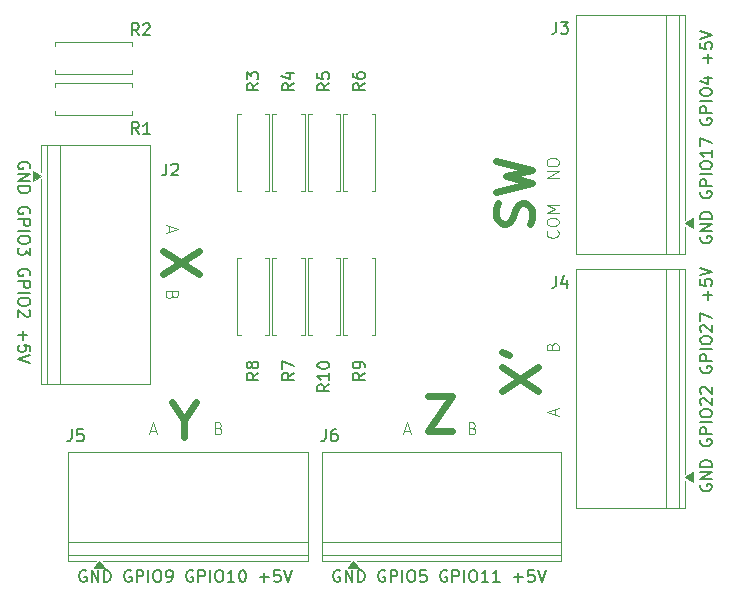
<source format=gto>
%TF.GenerationSoftware,KiCad,Pcbnew,9.0.7*%
%TF.CreationDate,2026-01-29T23:32:27-08:00*%
%TF.ProjectId,encoders,656e636f-6465-4727-932e-6b696361645f,rev?*%
%TF.SameCoordinates,Original*%
%TF.FileFunction,Legend,Top*%
%TF.FilePolarity,Positive*%
%FSLAX46Y46*%
G04 Gerber Fmt 4.6, Leading zero omitted, Abs format (unit mm)*
G04 Created by KiCad (PCBNEW 9.0.7) date 2026-01-29 23:32:27*
%MOMM*%
%LPD*%
G01*
G04 APERTURE LIST*
%ADD10C,0.125000*%
%ADD11C,0.150000*%
%ADD12C,0.600000*%
%ADD13C,0.120000*%
G04 APERTURE END LIST*
D10*
X117914595Y-69272712D02*
X117914595Y-69748902D01*
X117628880Y-69177474D02*
X118628880Y-69510807D01*
X118628880Y-69510807D02*
X117628880Y-69844140D01*
X118152690Y-75082237D02*
X118105071Y-75225094D01*
X118105071Y-75225094D02*
X118057452Y-75272713D01*
X118057452Y-75272713D02*
X117962214Y-75320332D01*
X117962214Y-75320332D02*
X117819357Y-75320332D01*
X117819357Y-75320332D02*
X117724119Y-75272713D01*
X117724119Y-75272713D02*
X117676500Y-75225094D01*
X117676500Y-75225094D02*
X117628880Y-75129856D01*
X117628880Y-75129856D02*
X117628880Y-74748904D01*
X117628880Y-74748904D02*
X118628880Y-74748904D01*
X118628880Y-74748904D02*
X118628880Y-75082237D01*
X118628880Y-75082237D02*
X118581261Y-75177475D01*
X118581261Y-75177475D02*
X118533642Y-75225094D01*
X118533642Y-75225094D02*
X118438404Y-75272713D01*
X118438404Y-75272713D02*
X118343166Y-75272713D01*
X118343166Y-75272713D02*
X118247928Y-75225094D01*
X118247928Y-75225094D02*
X118200309Y-75177475D01*
X118200309Y-75177475D02*
X118152690Y-75082237D01*
X118152690Y-75082237D02*
X118152690Y-74748904D01*
X116272712Y-86585404D02*
X116748902Y-86585404D01*
X116177474Y-86871119D02*
X116510807Y-85871119D01*
X116510807Y-85871119D02*
X116844140Y-86871119D01*
X122082237Y-86347309D02*
X122225094Y-86394928D01*
X122225094Y-86394928D02*
X122272713Y-86442547D01*
X122272713Y-86442547D02*
X122320332Y-86537785D01*
X122320332Y-86537785D02*
X122320332Y-86680642D01*
X122320332Y-86680642D02*
X122272713Y-86775880D01*
X122272713Y-86775880D02*
X122225094Y-86823500D01*
X122225094Y-86823500D02*
X122129856Y-86871119D01*
X122129856Y-86871119D02*
X121748904Y-86871119D01*
X121748904Y-86871119D02*
X121748904Y-85871119D01*
X121748904Y-85871119D02*
X122082237Y-85871119D01*
X122082237Y-85871119D02*
X122177475Y-85918738D01*
X122177475Y-85918738D02*
X122225094Y-85966357D01*
X122225094Y-85966357D02*
X122272713Y-86061595D01*
X122272713Y-86061595D02*
X122272713Y-86156833D01*
X122272713Y-86156833D02*
X122225094Y-86252071D01*
X122225094Y-86252071D02*
X122177475Y-86299690D01*
X122177475Y-86299690D02*
X122082237Y-86347309D01*
X122082237Y-86347309D02*
X121748904Y-86347309D01*
D11*
X162917438Y-91139411D02*
X162869819Y-91234649D01*
X162869819Y-91234649D02*
X162869819Y-91377506D01*
X162869819Y-91377506D02*
X162917438Y-91520363D01*
X162917438Y-91520363D02*
X163012676Y-91615601D01*
X163012676Y-91615601D02*
X163107914Y-91663220D01*
X163107914Y-91663220D02*
X163298390Y-91710839D01*
X163298390Y-91710839D02*
X163441247Y-91710839D01*
X163441247Y-91710839D02*
X163631723Y-91663220D01*
X163631723Y-91663220D02*
X163726961Y-91615601D01*
X163726961Y-91615601D02*
X163822200Y-91520363D01*
X163822200Y-91520363D02*
X163869819Y-91377506D01*
X163869819Y-91377506D02*
X163869819Y-91282268D01*
X163869819Y-91282268D02*
X163822200Y-91139411D01*
X163822200Y-91139411D02*
X163774580Y-91091792D01*
X163774580Y-91091792D02*
X163441247Y-91091792D01*
X163441247Y-91091792D02*
X163441247Y-91282268D01*
X163869819Y-90663220D02*
X162869819Y-90663220D01*
X162869819Y-90663220D02*
X163869819Y-90091792D01*
X163869819Y-90091792D02*
X162869819Y-90091792D01*
X163869819Y-89615601D02*
X162869819Y-89615601D01*
X162869819Y-89615601D02*
X162869819Y-89377506D01*
X162869819Y-89377506D02*
X162917438Y-89234649D01*
X162917438Y-89234649D02*
X163012676Y-89139411D01*
X163012676Y-89139411D02*
X163107914Y-89091792D01*
X163107914Y-89091792D02*
X163298390Y-89044173D01*
X163298390Y-89044173D02*
X163441247Y-89044173D01*
X163441247Y-89044173D02*
X163631723Y-89091792D01*
X163631723Y-89091792D02*
X163726961Y-89139411D01*
X163726961Y-89139411D02*
X163822200Y-89234649D01*
X163822200Y-89234649D02*
X163869819Y-89377506D01*
X163869819Y-89377506D02*
X163869819Y-89615601D01*
X162917438Y-87329887D02*
X162869819Y-87425125D01*
X162869819Y-87425125D02*
X162869819Y-87567982D01*
X162869819Y-87567982D02*
X162917438Y-87710839D01*
X162917438Y-87710839D02*
X163012676Y-87806077D01*
X163012676Y-87806077D02*
X163107914Y-87853696D01*
X163107914Y-87853696D02*
X163298390Y-87901315D01*
X163298390Y-87901315D02*
X163441247Y-87901315D01*
X163441247Y-87901315D02*
X163631723Y-87853696D01*
X163631723Y-87853696D02*
X163726961Y-87806077D01*
X163726961Y-87806077D02*
X163822200Y-87710839D01*
X163822200Y-87710839D02*
X163869819Y-87567982D01*
X163869819Y-87567982D02*
X163869819Y-87472744D01*
X163869819Y-87472744D02*
X163822200Y-87329887D01*
X163822200Y-87329887D02*
X163774580Y-87282268D01*
X163774580Y-87282268D02*
X163441247Y-87282268D01*
X163441247Y-87282268D02*
X163441247Y-87472744D01*
X163869819Y-86853696D02*
X162869819Y-86853696D01*
X162869819Y-86853696D02*
X162869819Y-86472744D01*
X162869819Y-86472744D02*
X162917438Y-86377506D01*
X162917438Y-86377506D02*
X162965057Y-86329887D01*
X162965057Y-86329887D02*
X163060295Y-86282268D01*
X163060295Y-86282268D02*
X163203152Y-86282268D01*
X163203152Y-86282268D02*
X163298390Y-86329887D01*
X163298390Y-86329887D02*
X163346009Y-86377506D01*
X163346009Y-86377506D02*
X163393628Y-86472744D01*
X163393628Y-86472744D02*
X163393628Y-86853696D01*
X163869819Y-85853696D02*
X162869819Y-85853696D01*
X162869819Y-85187030D02*
X162869819Y-84996554D01*
X162869819Y-84996554D02*
X162917438Y-84901316D01*
X162917438Y-84901316D02*
X163012676Y-84806078D01*
X163012676Y-84806078D02*
X163203152Y-84758459D01*
X163203152Y-84758459D02*
X163536485Y-84758459D01*
X163536485Y-84758459D02*
X163726961Y-84806078D01*
X163726961Y-84806078D02*
X163822200Y-84901316D01*
X163822200Y-84901316D02*
X163869819Y-84996554D01*
X163869819Y-84996554D02*
X163869819Y-85187030D01*
X163869819Y-85187030D02*
X163822200Y-85282268D01*
X163822200Y-85282268D02*
X163726961Y-85377506D01*
X163726961Y-85377506D02*
X163536485Y-85425125D01*
X163536485Y-85425125D02*
X163203152Y-85425125D01*
X163203152Y-85425125D02*
X163012676Y-85377506D01*
X163012676Y-85377506D02*
X162917438Y-85282268D01*
X162917438Y-85282268D02*
X162869819Y-85187030D01*
X162965057Y-84377506D02*
X162917438Y-84329887D01*
X162917438Y-84329887D02*
X162869819Y-84234649D01*
X162869819Y-84234649D02*
X162869819Y-83996554D01*
X162869819Y-83996554D02*
X162917438Y-83901316D01*
X162917438Y-83901316D02*
X162965057Y-83853697D01*
X162965057Y-83853697D02*
X163060295Y-83806078D01*
X163060295Y-83806078D02*
X163155533Y-83806078D01*
X163155533Y-83806078D02*
X163298390Y-83853697D01*
X163298390Y-83853697D02*
X163869819Y-84425125D01*
X163869819Y-84425125D02*
X163869819Y-83806078D01*
X162965057Y-83425125D02*
X162917438Y-83377506D01*
X162917438Y-83377506D02*
X162869819Y-83282268D01*
X162869819Y-83282268D02*
X162869819Y-83044173D01*
X162869819Y-83044173D02*
X162917438Y-82948935D01*
X162917438Y-82948935D02*
X162965057Y-82901316D01*
X162965057Y-82901316D02*
X163060295Y-82853697D01*
X163060295Y-82853697D02*
X163155533Y-82853697D01*
X163155533Y-82853697D02*
X163298390Y-82901316D01*
X163298390Y-82901316D02*
X163869819Y-83472744D01*
X163869819Y-83472744D02*
X163869819Y-82853697D01*
X162917438Y-81139411D02*
X162869819Y-81234649D01*
X162869819Y-81234649D02*
X162869819Y-81377506D01*
X162869819Y-81377506D02*
X162917438Y-81520363D01*
X162917438Y-81520363D02*
X163012676Y-81615601D01*
X163012676Y-81615601D02*
X163107914Y-81663220D01*
X163107914Y-81663220D02*
X163298390Y-81710839D01*
X163298390Y-81710839D02*
X163441247Y-81710839D01*
X163441247Y-81710839D02*
X163631723Y-81663220D01*
X163631723Y-81663220D02*
X163726961Y-81615601D01*
X163726961Y-81615601D02*
X163822200Y-81520363D01*
X163822200Y-81520363D02*
X163869819Y-81377506D01*
X163869819Y-81377506D02*
X163869819Y-81282268D01*
X163869819Y-81282268D02*
X163822200Y-81139411D01*
X163822200Y-81139411D02*
X163774580Y-81091792D01*
X163774580Y-81091792D02*
X163441247Y-81091792D01*
X163441247Y-81091792D02*
X163441247Y-81282268D01*
X163869819Y-80663220D02*
X162869819Y-80663220D01*
X162869819Y-80663220D02*
X162869819Y-80282268D01*
X162869819Y-80282268D02*
X162917438Y-80187030D01*
X162917438Y-80187030D02*
X162965057Y-80139411D01*
X162965057Y-80139411D02*
X163060295Y-80091792D01*
X163060295Y-80091792D02*
X163203152Y-80091792D01*
X163203152Y-80091792D02*
X163298390Y-80139411D01*
X163298390Y-80139411D02*
X163346009Y-80187030D01*
X163346009Y-80187030D02*
X163393628Y-80282268D01*
X163393628Y-80282268D02*
X163393628Y-80663220D01*
X163869819Y-79663220D02*
X162869819Y-79663220D01*
X162869819Y-78996554D02*
X162869819Y-78806078D01*
X162869819Y-78806078D02*
X162917438Y-78710840D01*
X162917438Y-78710840D02*
X163012676Y-78615602D01*
X163012676Y-78615602D02*
X163203152Y-78567983D01*
X163203152Y-78567983D02*
X163536485Y-78567983D01*
X163536485Y-78567983D02*
X163726961Y-78615602D01*
X163726961Y-78615602D02*
X163822200Y-78710840D01*
X163822200Y-78710840D02*
X163869819Y-78806078D01*
X163869819Y-78806078D02*
X163869819Y-78996554D01*
X163869819Y-78996554D02*
X163822200Y-79091792D01*
X163822200Y-79091792D02*
X163726961Y-79187030D01*
X163726961Y-79187030D02*
X163536485Y-79234649D01*
X163536485Y-79234649D02*
X163203152Y-79234649D01*
X163203152Y-79234649D02*
X163012676Y-79187030D01*
X163012676Y-79187030D02*
X162917438Y-79091792D01*
X162917438Y-79091792D02*
X162869819Y-78996554D01*
X162965057Y-78187030D02*
X162917438Y-78139411D01*
X162917438Y-78139411D02*
X162869819Y-78044173D01*
X162869819Y-78044173D02*
X162869819Y-77806078D01*
X162869819Y-77806078D02*
X162917438Y-77710840D01*
X162917438Y-77710840D02*
X162965057Y-77663221D01*
X162965057Y-77663221D02*
X163060295Y-77615602D01*
X163060295Y-77615602D02*
X163155533Y-77615602D01*
X163155533Y-77615602D02*
X163298390Y-77663221D01*
X163298390Y-77663221D02*
X163869819Y-78234649D01*
X163869819Y-78234649D02*
X163869819Y-77615602D01*
X162869819Y-77282268D02*
X162869819Y-76615602D01*
X162869819Y-76615602D02*
X163869819Y-77044173D01*
X163488866Y-75472744D02*
X163488866Y-74710840D01*
X163869819Y-75091792D02*
X163107914Y-75091792D01*
X162869819Y-73758459D02*
X162869819Y-74234649D01*
X162869819Y-74234649D02*
X163346009Y-74282268D01*
X163346009Y-74282268D02*
X163298390Y-74234649D01*
X163298390Y-74234649D02*
X163250771Y-74139411D01*
X163250771Y-74139411D02*
X163250771Y-73901316D01*
X163250771Y-73901316D02*
X163298390Y-73806078D01*
X163298390Y-73806078D02*
X163346009Y-73758459D01*
X163346009Y-73758459D02*
X163441247Y-73710840D01*
X163441247Y-73710840D02*
X163679342Y-73710840D01*
X163679342Y-73710840D02*
X163774580Y-73758459D01*
X163774580Y-73758459D02*
X163822200Y-73806078D01*
X163822200Y-73806078D02*
X163869819Y-73901316D01*
X163869819Y-73901316D02*
X163869819Y-74139411D01*
X163869819Y-74139411D02*
X163822200Y-74234649D01*
X163822200Y-74234649D02*
X163774580Y-74282268D01*
X162869819Y-73425125D02*
X163869819Y-73091792D01*
X163869819Y-73091792D02*
X162869819Y-72758459D01*
D12*
X119180450Y-85673085D02*
X119180450Y-87101657D01*
X118180450Y-84101657D02*
X119180450Y-85673085D01*
X119180450Y-85673085D02*
X120180450Y-84101657D01*
D10*
X150871119Y-65179668D02*
X149871119Y-65179668D01*
X149871119Y-65179668D02*
X150871119Y-64608240D01*
X150871119Y-64608240D02*
X149871119Y-64608240D01*
X149871119Y-63941573D02*
X149871119Y-63751097D01*
X149871119Y-63751097D02*
X149918738Y-63655859D01*
X149918738Y-63655859D02*
X150013976Y-63560621D01*
X150013976Y-63560621D02*
X150204452Y-63513002D01*
X150204452Y-63513002D02*
X150537785Y-63513002D01*
X150537785Y-63513002D02*
X150728261Y-63560621D01*
X150728261Y-63560621D02*
X150823500Y-63655859D01*
X150823500Y-63655859D02*
X150871119Y-63751097D01*
X150871119Y-63751097D02*
X150871119Y-63941573D01*
X150871119Y-63941573D02*
X150823500Y-64036811D01*
X150823500Y-64036811D02*
X150728261Y-64132049D01*
X150728261Y-64132049D02*
X150537785Y-64179668D01*
X150537785Y-64179668D02*
X150204452Y-64179668D01*
X150204452Y-64179668D02*
X150013976Y-64132049D01*
X150013976Y-64132049D02*
X149918738Y-64036811D01*
X149918738Y-64036811D02*
X149871119Y-63941573D01*
X150775880Y-69608240D02*
X150823500Y-69655859D01*
X150823500Y-69655859D02*
X150871119Y-69798716D01*
X150871119Y-69798716D02*
X150871119Y-69893954D01*
X150871119Y-69893954D02*
X150823500Y-70036811D01*
X150823500Y-70036811D02*
X150728261Y-70132049D01*
X150728261Y-70132049D02*
X150633023Y-70179668D01*
X150633023Y-70179668D02*
X150442547Y-70227287D01*
X150442547Y-70227287D02*
X150299690Y-70227287D01*
X150299690Y-70227287D02*
X150109214Y-70179668D01*
X150109214Y-70179668D02*
X150013976Y-70132049D01*
X150013976Y-70132049D02*
X149918738Y-70036811D01*
X149918738Y-70036811D02*
X149871119Y-69893954D01*
X149871119Y-69893954D02*
X149871119Y-69798716D01*
X149871119Y-69798716D02*
X149918738Y-69655859D01*
X149918738Y-69655859D02*
X149966357Y-69608240D01*
X149871119Y-68989192D02*
X149871119Y-68798716D01*
X149871119Y-68798716D02*
X149918738Y-68703478D01*
X149918738Y-68703478D02*
X150013976Y-68608240D01*
X150013976Y-68608240D02*
X150204452Y-68560621D01*
X150204452Y-68560621D02*
X150537785Y-68560621D01*
X150537785Y-68560621D02*
X150728261Y-68608240D01*
X150728261Y-68608240D02*
X150823500Y-68703478D01*
X150823500Y-68703478D02*
X150871119Y-68798716D01*
X150871119Y-68798716D02*
X150871119Y-68989192D01*
X150871119Y-68989192D02*
X150823500Y-69084430D01*
X150823500Y-69084430D02*
X150728261Y-69179668D01*
X150728261Y-69179668D02*
X150537785Y-69227287D01*
X150537785Y-69227287D02*
X150204452Y-69227287D01*
X150204452Y-69227287D02*
X150013976Y-69179668D01*
X150013976Y-69179668D02*
X149918738Y-69084430D01*
X149918738Y-69084430D02*
X149871119Y-68989192D01*
X150871119Y-68132049D02*
X149871119Y-68132049D01*
X149871119Y-68132049D02*
X150585404Y-67798716D01*
X150585404Y-67798716D02*
X149871119Y-67465383D01*
X149871119Y-67465383D02*
X150871119Y-67465383D01*
D11*
X106082561Y-64360588D02*
X106130180Y-64265350D01*
X106130180Y-64265350D02*
X106130180Y-64122493D01*
X106130180Y-64122493D02*
X106082561Y-63979636D01*
X106082561Y-63979636D02*
X105987323Y-63884398D01*
X105987323Y-63884398D02*
X105892085Y-63836779D01*
X105892085Y-63836779D02*
X105701609Y-63789160D01*
X105701609Y-63789160D02*
X105558752Y-63789160D01*
X105558752Y-63789160D02*
X105368276Y-63836779D01*
X105368276Y-63836779D02*
X105273038Y-63884398D01*
X105273038Y-63884398D02*
X105177800Y-63979636D01*
X105177800Y-63979636D02*
X105130180Y-64122493D01*
X105130180Y-64122493D02*
X105130180Y-64217731D01*
X105130180Y-64217731D02*
X105177800Y-64360588D01*
X105177800Y-64360588D02*
X105225419Y-64408207D01*
X105225419Y-64408207D02*
X105558752Y-64408207D01*
X105558752Y-64408207D02*
X105558752Y-64217731D01*
X105130180Y-64836779D02*
X106130180Y-64836779D01*
X106130180Y-64836779D02*
X105130180Y-65408207D01*
X105130180Y-65408207D02*
X106130180Y-65408207D01*
X105130180Y-65884398D02*
X106130180Y-65884398D01*
X106130180Y-65884398D02*
X106130180Y-66122493D01*
X106130180Y-66122493D02*
X106082561Y-66265350D01*
X106082561Y-66265350D02*
X105987323Y-66360588D01*
X105987323Y-66360588D02*
X105892085Y-66408207D01*
X105892085Y-66408207D02*
X105701609Y-66455826D01*
X105701609Y-66455826D02*
X105558752Y-66455826D01*
X105558752Y-66455826D02*
X105368276Y-66408207D01*
X105368276Y-66408207D02*
X105273038Y-66360588D01*
X105273038Y-66360588D02*
X105177800Y-66265350D01*
X105177800Y-66265350D02*
X105130180Y-66122493D01*
X105130180Y-66122493D02*
X105130180Y-65884398D01*
X106082561Y-68170112D02*
X106130180Y-68074874D01*
X106130180Y-68074874D02*
X106130180Y-67932017D01*
X106130180Y-67932017D02*
X106082561Y-67789160D01*
X106082561Y-67789160D02*
X105987323Y-67693922D01*
X105987323Y-67693922D02*
X105892085Y-67646303D01*
X105892085Y-67646303D02*
X105701609Y-67598684D01*
X105701609Y-67598684D02*
X105558752Y-67598684D01*
X105558752Y-67598684D02*
X105368276Y-67646303D01*
X105368276Y-67646303D02*
X105273038Y-67693922D01*
X105273038Y-67693922D02*
X105177800Y-67789160D01*
X105177800Y-67789160D02*
X105130180Y-67932017D01*
X105130180Y-67932017D02*
X105130180Y-68027255D01*
X105130180Y-68027255D02*
X105177800Y-68170112D01*
X105177800Y-68170112D02*
X105225419Y-68217731D01*
X105225419Y-68217731D02*
X105558752Y-68217731D01*
X105558752Y-68217731D02*
X105558752Y-68027255D01*
X105130180Y-68646303D02*
X106130180Y-68646303D01*
X106130180Y-68646303D02*
X106130180Y-69027255D01*
X106130180Y-69027255D02*
X106082561Y-69122493D01*
X106082561Y-69122493D02*
X106034942Y-69170112D01*
X106034942Y-69170112D02*
X105939704Y-69217731D01*
X105939704Y-69217731D02*
X105796847Y-69217731D01*
X105796847Y-69217731D02*
X105701609Y-69170112D01*
X105701609Y-69170112D02*
X105653990Y-69122493D01*
X105653990Y-69122493D02*
X105606371Y-69027255D01*
X105606371Y-69027255D02*
X105606371Y-68646303D01*
X105130180Y-69646303D02*
X106130180Y-69646303D01*
X106130180Y-70312969D02*
X106130180Y-70503445D01*
X106130180Y-70503445D02*
X106082561Y-70598683D01*
X106082561Y-70598683D02*
X105987323Y-70693921D01*
X105987323Y-70693921D02*
X105796847Y-70741540D01*
X105796847Y-70741540D02*
X105463514Y-70741540D01*
X105463514Y-70741540D02*
X105273038Y-70693921D01*
X105273038Y-70693921D02*
X105177800Y-70598683D01*
X105177800Y-70598683D02*
X105130180Y-70503445D01*
X105130180Y-70503445D02*
X105130180Y-70312969D01*
X105130180Y-70312969D02*
X105177800Y-70217731D01*
X105177800Y-70217731D02*
X105273038Y-70122493D01*
X105273038Y-70122493D02*
X105463514Y-70074874D01*
X105463514Y-70074874D02*
X105796847Y-70074874D01*
X105796847Y-70074874D02*
X105987323Y-70122493D01*
X105987323Y-70122493D02*
X106082561Y-70217731D01*
X106082561Y-70217731D02*
X106130180Y-70312969D01*
X106130180Y-71074874D02*
X106130180Y-71693921D01*
X106130180Y-71693921D02*
X105749228Y-71360588D01*
X105749228Y-71360588D02*
X105749228Y-71503445D01*
X105749228Y-71503445D02*
X105701609Y-71598683D01*
X105701609Y-71598683D02*
X105653990Y-71646302D01*
X105653990Y-71646302D02*
X105558752Y-71693921D01*
X105558752Y-71693921D02*
X105320657Y-71693921D01*
X105320657Y-71693921D02*
X105225419Y-71646302D01*
X105225419Y-71646302D02*
X105177800Y-71598683D01*
X105177800Y-71598683D02*
X105130180Y-71503445D01*
X105130180Y-71503445D02*
X105130180Y-71217731D01*
X105130180Y-71217731D02*
X105177800Y-71122493D01*
X105177800Y-71122493D02*
X105225419Y-71074874D01*
X106082561Y-73408207D02*
X106130180Y-73312969D01*
X106130180Y-73312969D02*
X106130180Y-73170112D01*
X106130180Y-73170112D02*
X106082561Y-73027255D01*
X106082561Y-73027255D02*
X105987323Y-72932017D01*
X105987323Y-72932017D02*
X105892085Y-72884398D01*
X105892085Y-72884398D02*
X105701609Y-72836779D01*
X105701609Y-72836779D02*
X105558752Y-72836779D01*
X105558752Y-72836779D02*
X105368276Y-72884398D01*
X105368276Y-72884398D02*
X105273038Y-72932017D01*
X105273038Y-72932017D02*
X105177800Y-73027255D01*
X105177800Y-73027255D02*
X105130180Y-73170112D01*
X105130180Y-73170112D02*
X105130180Y-73265350D01*
X105130180Y-73265350D02*
X105177800Y-73408207D01*
X105177800Y-73408207D02*
X105225419Y-73455826D01*
X105225419Y-73455826D02*
X105558752Y-73455826D01*
X105558752Y-73455826D02*
X105558752Y-73265350D01*
X105130180Y-73884398D02*
X106130180Y-73884398D01*
X106130180Y-73884398D02*
X106130180Y-74265350D01*
X106130180Y-74265350D02*
X106082561Y-74360588D01*
X106082561Y-74360588D02*
X106034942Y-74408207D01*
X106034942Y-74408207D02*
X105939704Y-74455826D01*
X105939704Y-74455826D02*
X105796847Y-74455826D01*
X105796847Y-74455826D02*
X105701609Y-74408207D01*
X105701609Y-74408207D02*
X105653990Y-74360588D01*
X105653990Y-74360588D02*
X105606371Y-74265350D01*
X105606371Y-74265350D02*
X105606371Y-73884398D01*
X105130180Y-74884398D02*
X106130180Y-74884398D01*
X106130180Y-75551064D02*
X106130180Y-75741540D01*
X106130180Y-75741540D02*
X106082561Y-75836778D01*
X106082561Y-75836778D02*
X105987323Y-75932016D01*
X105987323Y-75932016D02*
X105796847Y-75979635D01*
X105796847Y-75979635D02*
X105463514Y-75979635D01*
X105463514Y-75979635D02*
X105273038Y-75932016D01*
X105273038Y-75932016D02*
X105177800Y-75836778D01*
X105177800Y-75836778D02*
X105130180Y-75741540D01*
X105130180Y-75741540D02*
X105130180Y-75551064D01*
X105130180Y-75551064D02*
X105177800Y-75455826D01*
X105177800Y-75455826D02*
X105273038Y-75360588D01*
X105273038Y-75360588D02*
X105463514Y-75312969D01*
X105463514Y-75312969D02*
X105796847Y-75312969D01*
X105796847Y-75312969D02*
X105987323Y-75360588D01*
X105987323Y-75360588D02*
X106082561Y-75455826D01*
X106082561Y-75455826D02*
X106130180Y-75551064D01*
X106034942Y-76360588D02*
X106082561Y-76408207D01*
X106082561Y-76408207D02*
X106130180Y-76503445D01*
X106130180Y-76503445D02*
X106130180Y-76741540D01*
X106130180Y-76741540D02*
X106082561Y-76836778D01*
X106082561Y-76836778D02*
X106034942Y-76884397D01*
X106034942Y-76884397D02*
X105939704Y-76932016D01*
X105939704Y-76932016D02*
X105844466Y-76932016D01*
X105844466Y-76932016D02*
X105701609Y-76884397D01*
X105701609Y-76884397D02*
X105130180Y-76312969D01*
X105130180Y-76312969D02*
X105130180Y-76932016D01*
X105511133Y-78122493D02*
X105511133Y-78884398D01*
X105130180Y-78503445D02*
X105892085Y-78503445D01*
X106130180Y-79836778D02*
X106130180Y-79360588D01*
X106130180Y-79360588D02*
X105653990Y-79312969D01*
X105653990Y-79312969D02*
X105701609Y-79360588D01*
X105701609Y-79360588D02*
X105749228Y-79455826D01*
X105749228Y-79455826D02*
X105749228Y-79693921D01*
X105749228Y-79693921D02*
X105701609Y-79789159D01*
X105701609Y-79789159D02*
X105653990Y-79836778D01*
X105653990Y-79836778D02*
X105558752Y-79884397D01*
X105558752Y-79884397D02*
X105320657Y-79884397D01*
X105320657Y-79884397D02*
X105225419Y-79836778D01*
X105225419Y-79836778D02*
X105177800Y-79789159D01*
X105177800Y-79789159D02*
X105130180Y-79693921D01*
X105130180Y-79693921D02*
X105130180Y-79455826D01*
X105130180Y-79455826D02*
X105177800Y-79360588D01*
X105177800Y-79360588D02*
X105225419Y-79312969D01*
X106130180Y-80170112D02*
X105130180Y-80503445D01*
X105130180Y-80503445D02*
X106130180Y-80836778D01*
X162917438Y-70139411D02*
X162869819Y-70234649D01*
X162869819Y-70234649D02*
X162869819Y-70377506D01*
X162869819Y-70377506D02*
X162917438Y-70520363D01*
X162917438Y-70520363D02*
X163012676Y-70615601D01*
X163012676Y-70615601D02*
X163107914Y-70663220D01*
X163107914Y-70663220D02*
X163298390Y-70710839D01*
X163298390Y-70710839D02*
X163441247Y-70710839D01*
X163441247Y-70710839D02*
X163631723Y-70663220D01*
X163631723Y-70663220D02*
X163726961Y-70615601D01*
X163726961Y-70615601D02*
X163822200Y-70520363D01*
X163822200Y-70520363D02*
X163869819Y-70377506D01*
X163869819Y-70377506D02*
X163869819Y-70282268D01*
X163869819Y-70282268D02*
X163822200Y-70139411D01*
X163822200Y-70139411D02*
X163774580Y-70091792D01*
X163774580Y-70091792D02*
X163441247Y-70091792D01*
X163441247Y-70091792D02*
X163441247Y-70282268D01*
X163869819Y-69663220D02*
X162869819Y-69663220D01*
X162869819Y-69663220D02*
X163869819Y-69091792D01*
X163869819Y-69091792D02*
X162869819Y-69091792D01*
X163869819Y-68615601D02*
X162869819Y-68615601D01*
X162869819Y-68615601D02*
X162869819Y-68377506D01*
X162869819Y-68377506D02*
X162917438Y-68234649D01*
X162917438Y-68234649D02*
X163012676Y-68139411D01*
X163012676Y-68139411D02*
X163107914Y-68091792D01*
X163107914Y-68091792D02*
X163298390Y-68044173D01*
X163298390Y-68044173D02*
X163441247Y-68044173D01*
X163441247Y-68044173D02*
X163631723Y-68091792D01*
X163631723Y-68091792D02*
X163726961Y-68139411D01*
X163726961Y-68139411D02*
X163822200Y-68234649D01*
X163822200Y-68234649D02*
X163869819Y-68377506D01*
X163869819Y-68377506D02*
X163869819Y-68615601D01*
X162917438Y-66329887D02*
X162869819Y-66425125D01*
X162869819Y-66425125D02*
X162869819Y-66567982D01*
X162869819Y-66567982D02*
X162917438Y-66710839D01*
X162917438Y-66710839D02*
X163012676Y-66806077D01*
X163012676Y-66806077D02*
X163107914Y-66853696D01*
X163107914Y-66853696D02*
X163298390Y-66901315D01*
X163298390Y-66901315D02*
X163441247Y-66901315D01*
X163441247Y-66901315D02*
X163631723Y-66853696D01*
X163631723Y-66853696D02*
X163726961Y-66806077D01*
X163726961Y-66806077D02*
X163822200Y-66710839D01*
X163822200Y-66710839D02*
X163869819Y-66567982D01*
X163869819Y-66567982D02*
X163869819Y-66472744D01*
X163869819Y-66472744D02*
X163822200Y-66329887D01*
X163822200Y-66329887D02*
X163774580Y-66282268D01*
X163774580Y-66282268D02*
X163441247Y-66282268D01*
X163441247Y-66282268D02*
X163441247Y-66472744D01*
X163869819Y-65853696D02*
X162869819Y-65853696D01*
X162869819Y-65853696D02*
X162869819Y-65472744D01*
X162869819Y-65472744D02*
X162917438Y-65377506D01*
X162917438Y-65377506D02*
X162965057Y-65329887D01*
X162965057Y-65329887D02*
X163060295Y-65282268D01*
X163060295Y-65282268D02*
X163203152Y-65282268D01*
X163203152Y-65282268D02*
X163298390Y-65329887D01*
X163298390Y-65329887D02*
X163346009Y-65377506D01*
X163346009Y-65377506D02*
X163393628Y-65472744D01*
X163393628Y-65472744D02*
X163393628Y-65853696D01*
X163869819Y-64853696D02*
X162869819Y-64853696D01*
X162869819Y-64187030D02*
X162869819Y-63996554D01*
X162869819Y-63996554D02*
X162917438Y-63901316D01*
X162917438Y-63901316D02*
X163012676Y-63806078D01*
X163012676Y-63806078D02*
X163203152Y-63758459D01*
X163203152Y-63758459D02*
X163536485Y-63758459D01*
X163536485Y-63758459D02*
X163726961Y-63806078D01*
X163726961Y-63806078D02*
X163822200Y-63901316D01*
X163822200Y-63901316D02*
X163869819Y-63996554D01*
X163869819Y-63996554D02*
X163869819Y-64187030D01*
X163869819Y-64187030D02*
X163822200Y-64282268D01*
X163822200Y-64282268D02*
X163726961Y-64377506D01*
X163726961Y-64377506D02*
X163536485Y-64425125D01*
X163536485Y-64425125D02*
X163203152Y-64425125D01*
X163203152Y-64425125D02*
X163012676Y-64377506D01*
X163012676Y-64377506D02*
X162917438Y-64282268D01*
X162917438Y-64282268D02*
X162869819Y-64187030D01*
X163869819Y-62806078D02*
X163869819Y-63377506D01*
X163869819Y-63091792D02*
X162869819Y-63091792D01*
X162869819Y-63091792D02*
X163012676Y-63187030D01*
X163012676Y-63187030D02*
X163107914Y-63282268D01*
X163107914Y-63282268D02*
X163155533Y-63377506D01*
X162869819Y-62472744D02*
X162869819Y-61806078D01*
X162869819Y-61806078D02*
X163869819Y-62234649D01*
X162917438Y-60139411D02*
X162869819Y-60234649D01*
X162869819Y-60234649D02*
X162869819Y-60377506D01*
X162869819Y-60377506D02*
X162917438Y-60520363D01*
X162917438Y-60520363D02*
X163012676Y-60615601D01*
X163012676Y-60615601D02*
X163107914Y-60663220D01*
X163107914Y-60663220D02*
X163298390Y-60710839D01*
X163298390Y-60710839D02*
X163441247Y-60710839D01*
X163441247Y-60710839D02*
X163631723Y-60663220D01*
X163631723Y-60663220D02*
X163726961Y-60615601D01*
X163726961Y-60615601D02*
X163822200Y-60520363D01*
X163822200Y-60520363D02*
X163869819Y-60377506D01*
X163869819Y-60377506D02*
X163869819Y-60282268D01*
X163869819Y-60282268D02*
X163822200Y-60139411D01*
X163822200Y-60139411D02*
X163774580Y-60091792D01*
X163774580Y-60091792D02*
X163441247Y-60091792D01*
X163441247Y-60091792D02*
X163441247Y-60282268D01*
X163869819Y-59663220D02*
X162869819Y-59663220D01*
X162869819Y-59663220D02*
X162869819Y-59282268D01*
X162869819Y-59282268D02*
X162917438Y-59187030D01*
X162917438Y-59187030D02*
X162965057Y-59139411D01*
X162965057Y-59139411D02*
X163060295Y-59091792D01*
X163060295Y-59091792D02*
X163203152Y-59091792D01*
X163203152Y-59091792D02*
X163298390Y-59139411D01*
X163298390Y-59139411D02*
X163346009Y-59187030D01*
X163346009Y-59187030D02*
X163393628Y-59282268D01*
X163393628Y-59282268D02*
X163393628Y-59663220D01*
X163869819Y-58663220D02*
X162869819Y-58663220D01*
X162869819Y-57996554D02*
X162869819Y-57806078D01*
X162869819Y-57806078D02*
X162917438Y-57710840D01*
X162917438Y-57710840D02*
X163012676Y-57615602D01*
X163012676Y-57615602D02*
X163203152Y-57567983D01*
X163203152Y-57567983D02*
X163536485Y-57567983D01*
X163536485Y-57567983D02*
X163726961Y-57615602D01*
X163726961Y-57615602D02*
X163822200Y-57710840D01*
X163822200Y-57710840D02*
X163869819Y-57806078D01*
X163869819Y-57806078D02*
X163869819Y-57996554D01*
X163869819Y-57996554D02*
X163822200Y-58091792D01*
X163822200Y-58091792D02*
X163726961Y-58187030D01*
X163726961Y-58187030D02*
X163536485Y-58234649D01*
X163536485Y-58234649D02*
X163203152Y-58234649D01*
X163203152Y-58234649D02*
X163012676Y-58187030D01*
X163012676Y-58187030D02*
X162917438Y-58091792D01*
X162917438Y-58091792D02*
X162869819Y-57996554D01*
X163203152Y-56710840D02*
X163869819Y-56710840D01*
X162822200Y-56948935D02*
X163536485Y-57187030D01*
X163536485Y-57187030D02*
X163536485Y-56567983D01*
X163488866Y-55425125D02*
X163488866Y-54663221D01*
X163869819Y-55044173D02*
X163107914Y-55044173D01*
X162869819Y-53710840D02*
X162869819Y-54187030D01*
X162869819Y-54187030D02*
X163346009Y-54234649D01*
X163346009Y-54234649D02*
X163298390Y-54187030D01*
X163298390Y-54187030D02*
X163250771Y-54091792D01*
X163250771Y-54091792D02*
X163250771Y-53853697D01*
X163250771Y-53853697D02*
X163298390Y-53758459D01*
X163298390Y-53758459D02*
X163346009Y-53710840D01*
X163346009Y-53710840D02*
X163441247Y-53663221D01*
X163441247Y-53663221D02*
X163679342Y-53663221D01*
X163679342Y-53663221D02*
X163774580Y-53710840D01*
X163774580Y-53710840D02*
X163822200Y-53758459D01*
X163822200Y-53758459D02*
X163869819Y-53853697D01*
X163869819Y-53853697D02*
X163869819Y-54091792D01*
X163869819Y-54091792D02*
X163822200Y-54187030D01*
X163822200Y-54187030D02*
X163774580Y-54234649D01*
X162869819Y-53377506D02*
X163869819Y-53044173D01*
X163869819Y-53044173D02*
X162869819Y-52710840D01*
D12*
X120398342Y-71323307D02*
X117398342Y-73323307D01*
X120398342Y-73323307D02*
X117398342Y-71323307D01*
X139823307Y-83601657D02*
X141823307Y-83601657D01*
X141823307Y-83601657D02*
X139823307Y-86601657D01*
X139823307Y-86601657D02*
X141823307Y-86601657D01*
D10*
X150585404Y-85227287D02*
X150585404Y-84751097D01*
X150871119Y-85322525D02*
X149871119Y-84989192D01*
X149871119Y-84989192D02*
X150871119Y-84655859D01*
X150347309Y-79417762D02*
X150394928Y-79274905D01*
X150394928Y-79274905D02*
X150442547Y-79227286D01*
X150442547Y-79227286D02*
X150537785Y-79179667D01*
X150537785Y-79179667D02*
X150680642Y-79179667D01*
X150680642Y-79179667D02*
X150775880Y-79227286D01*
X150775880Y-79227286D02*
X150823500Y-79274905D01*
X150823500Y-79274905D02*
X150871119Y-79370143D01*
X150871119Y-79370143D02*
X150871119Y-79751095D01*
X150871119Y-79751095D02*
X149871119Y-79751095D01*
X149871119Y-79751095D02*
X149871119Y-79417762D01*
X149871119Y-79417762D02*
X149918738Y-79322524D01*
X149918738Y-79322524D02*
X149966357Y-79274905D01*
X149966357Y-79274905D02*
X150061595Y-79227286D01*
X150061595Y-79227286D02*
X150156833Y-79227286D01*
X150156833Y-79227286D02*
X150252071Y-79274905D01*
X150252071Y-79274905D02*
X150299690Y-79322524D01*
X150299690Y-79322524D02*
X150347309Y-79417762D01*
X150347309Y-79417762D02*
X150347309Y-79751095D01*
X137772712Y-86585404D02*
X138248902Y-86585404D01*
X137677474Y-86871119D02*
X138010807Y-85871119D01*
X138010807Y-85871119D02*
X138344140Y-86871119D01*
X143582237Y-86347309D02*
X143725094Y-86394928D01*
X143725094Y-86394928D02*
X143772713Y-86442547D01*
X143772713Y-86442547D02*
X143820332Y-86537785D01*
X143820332Y-86537785D02*
X143820332Y-86680642D01*
X143820332Y-86680642D02*
X143772713Y-86775880D01*
X143772713Y-86775880D02*
X143725094Y-86823500D01*
X143725094Y-86823500D02*
X143629856Y-86871119D01*
X143629856Y-86871119D02*
X143248904Y-86871119D01*
X143248904Y-86871119D02*
X143248904Y-85871119D01*
X143248904Y-85871119D02*
X143582237Y-85871119D01*
X143582237Y-85871119D02*
X143677475Y-85918738D01*
X143677475Y-85918738D02*
X143725094Y-85966357D01*
X143725094Y-85966357D02*
X143772713Y-86061595D01*
X143772713Y-86061595D02*
X143772713Y-86156833D01*
X143772713Y-86156833D02*
X143725094Y-86252071D01*
X143725094Y-86252071D02*
X143677475Y-86299690D01*
X143677475Y-86299690D02*
X143582237Y-86347309D01*
X143582237Y-86347309D02*
X143248904Y-86347309D01*
D11*
X132360588Y-98417438D02*
X132265350Y-98369819D01*
X132265350Y-98369819D02*
X132122493Y-98369819D01*
X132122493Y-98369819D02*
X131979636Y-98417438D01*
X131979636Y-98417438D02*
X131884398Y-98512676D01*
X131884398Y-98512676D02*
X131836779Y-98607914D01*
X131836779Y-98607914D02*
X131789160Y-98798390D01*
X131789160Y-98798390D02*
X131789160Y-98941247D01*
X131789160Y-98941247D02*
X131836779Y-99131723D01*
X131836779Y-99131723D02*
X131884398Y-99226961D01*
X131884398Y-99226961D02*
X131979636Y-99322200D01*
X131979636Y-99322200D02*
X132122493Y-99369819D01*
X132122493Y-99369819D02*
X132217731Y-99369819D01*
X132217731Y-99369819D02*
X132360588Y-99322200D01*
X132360588Y-99322200D02*
X132408207Y-99274580D01*
X132408207Y-99274580D02*
X132408207Y-98941247D01*
X132408207Y-98941247D02*
X132217731Y-98941247D01*
X132836779Y-99369819D02*
X132836779Y-98369819D01*
X132836779Y-98369819D02*
X133408207Y-99369819D01*
X133408207Y-99369819D02*
X133408207Y-98369819D01*
X133884398Y-99369819D02*
X133884398Y-98369819D01*
X133884398Y-98369819D02*
X134122493Y-98369819D01*
X134122493Y-98369819D02*
X134265350Y-98417438D01*
X134265350Y-98417438D02*
X134360588Y-98512676D01*
X134360588Y-98512676D02*
X134408207Y-98607914D01*
X134408207Y-98607914D02*
X134455826Y-98798390D01*
X134455826Y-98798390D02*
X134455826Y-98941247D01*
X134455826Y-98941247D02*
X134408207Y-99131723D01*
X134408207Y-99131723D02*
X134360588Y-99226961D01*
X134360588Y-99226961D02*
X134265350Y-99322200D01*
X134265350Y-99322200D02*
X134122493Y-99369819D01*
X134122493Y-99369819D02*
X133884398Y-99369819D01*
X136170112Y-98417438D02*
X136074874Y-98369819D01*
X136074874Y-98369819D02*
X135932017Y-98369819D01*
X135932017Y-98369819D02*
X135789160Y-98417438D01*
X135789160Y-98417438D02*
X135693922Y-98512676D01*
X135693922Y-98512676D02*
X135646303Y-98607914D01*
X135646303Y-98607914D02*
X135598684Y-98798390D01*
X135598684Y-98798390D02*
X135598684Y-98941247D01*
X135598684Y-98941247D02*
X135646303Y-99131723D01*
X135646303Y-99131723D02*
X135693922Y-99226961D01*
X135693922Y-99226961D02*
X135789160Y-99322200D01*
X135789160Y-99322200D02*
X135932017Y-99369819D01*
X135932017Y-99369819D02*
X136027255Y-99369819D01*
X136027255Y-99369819D02*
X136170112Y-99322200D01*
X136170112Y-99322200D02*
X136217731Y-99274580D01*
X136217731Y-99274580D02*
X136217731Y-98941247D01*
X136217731Y-98941247D02*
X136027255Y-98941247D01*
X136646303Y-99369819D02*
X136646303Y-98369819D01*
X136646303Y-98369819D02*
X137027255Y-98369819D01*
X137027255Y-98369819D02*
X137122493Y-98417438D01*
X137122493Y-98417438D02*
X137170112Y-98465057D01*
X137170112Y-98465057D02*
X137217731Y-98560295D01*
X137217731Y-98560295D02*
X137217731Y-98703152D01*
X137217731Y-98703152D02*
X137170112Y-98798390D01*
X137170112Y-98798390D02*
X137122493Y-98846009D01*
X137122493Y-98846009D02*
X137027255Y-98893628D01*
X137027255Y-98893628D02*
X136646303Y-98893628D01*
X137646303Y-99369819D02*
X137646303Y-98369819D01*
X138312969Y-98369819D02*
X138503445Y-98369819D01*
X138503445Y-98369819D02*
X138598683Y-98417438D01*
X138598683Y-98417438D02*
X138693921Y-98512676D01*
X138693921Y-98512676D02*
X138741540Y-98703152D01*
X138741540Y-98703152D02*
X138741540Y-99036485D01*
X138741540Y-99036485D02*
X138693921Y-99226961D01*
X138693921Y-99226961D02*
X138598683Y-99322200D01*
X138598683Y-99322200D02*
X138503445Y-99369819D01*
X138503445Y-99369819D02*
X138312969Y-99369819D01*
X138312969Y-99369819D02*
X138217731Y-99322200D01*
X138217731Y-99322200D02*
X138122493Y-99226961D01*
X138122493Y-99226961D02*
X138074874Y-99036485D01*
X138074874Y-99036485D02*
X138074874Y-98703152D01*
X138074874Y-98703152D02*
X138122493Y-98512676D01*
X138122493Y-98512676D02*
X138217731Y-98417438D01*
X138217731Y-98417438D02*
X138312969Y-98369819D01*
X139646302Y-98369819D02*
X139170112Y-98369819D01*
X139170112Y-98369819D02*
X139122493Y-98846009D01*
X139122493Y-98846009D02*
X139170112Y-98798390D01*
X139170112Y-98798390D02*
X139265350Y-98750771D01*
X139265350Y-98750771D02*
X139503445Y-98750771D01*
X139503445Y-98750771D02*
X139598683Y-98798390D01*
X139598683Y-98798390D02*
X139646302Y-98846009D01*
X139646302Y-98846009D02*
X139693921Y-98941247D01*
X139693921Y-98941247D02*
X139693921Y-99179342D01*
X139693921Y-99179342D02*
X139646302Y-99274580D01*
X139646302Y-99274580D02*
X139598683Y-99322200D01*
X139598683Y-99322200D02*
X139503445Y-99369819D01*
X139503445Y-99369819D02*
X139265350Y-99369819D01*
X139265350Y-99369819D02*
X139170112Y-99322200D01*
X139170112Y-99322200D02*
X139122493Y-99274580D01*
X141408207Y-98417438D02*
X141312969Y-98369819D01*
X141312969Y-98369819D02*
X141170112Y-98369819D01*
X141170112Y-98369819D02*
X141027255Y-98417438D01*
X141027255Y-98417438D02*
X140932017Y-98512676D01*
X140932017Y-98512676D02*
X140884398Y-98607914D01*
X140884398Y-98607914D02*
X140836779Y-98798390D01*
X140836779Y-98798390D02*
X140836779Y-98941247D01*
X140836779Y-98941247D02*
X140884398Y-99131723D01*
X140884398Y-99131723D02*
X140932017Y-99226961D01*
X140932017Y-99226961D02*
X141027255Y-99322200D01*
X141027255Y-99322200D02*
X141170112Y-99369819D01*
X141170112Y-99369819D02*
X141265350Y-99369819D01*
X141265350Y-99369819D02*
X141408207Y-99322200D01*
X141408207Y-99322200D02*
X141455826Y-99274580D01*
X141455826Y-99274580D02*
X141455826Y-98941247D01*
X141455826Y-98941247D02*
X141265350Y-98941247D01*
X141884398Y-99369819D02*
X141884398Y-98369819D01*
X141884398Y-98369819D02*
X142265350Y-98369819D01*
X142265350Y-98369819D02*
X142360588Y-98417438D01*
X142360588Y-98417438D02*
X142408207Y-98465057D01*
X142408207Y-98465057D02*
X142455826Y-98560295D01*
X142455826Y-98560295D02*
X142455826Y-98703152D01*
X142455826Y-98703152D02*
X142408207Y-98798390D01*
X142408207Y-98798390D02*
X142360588Y-98846009D01*
X142360588Y-98846009D02*
X142265350Y-98893628D01*
X142265350Y-98893628D02*
X141884398Y-98893628D01*
X142884398Y-99369819D02*
X142884398Y-98369819D01*
X143551064Y-98369819D02*
X143741540Y-98369819D01*
X143741540Y-98369819D02*
X143836778Y-98417438D01*
X143836778Y-98417438D02*
X143932016Y-98512676D01*
X143932016Y-98512676D02*
X143979635Y-98703152D01*
X143979635Y-98703152D02*
X143979635Y-99036485D01*
X143979635Y-99036485D02*
X143932016Y-99226961D01*
X143932016Y-99226961D02*
X143836778Y-99322200D01*
X143836778Y-99322200D02*
X143741540Y-99369819D01*
X143741540Y-99369819D02*
X143551064Y-99369819D01*
X143551064Y-99369819D02*
X143455826Y-99322200D01*
X143455826Y-99322200D02*
X143360588Y-99226961D01*
X143360588Y-99226961D02*
X143312969Y-99036485D01*
X143312969Y-99036485D02*
X143312969Y-98703152D01*
X143312969Y-98703152D02*
X143360588Y-98512676D01*
X143360588Y-98512676D02*
X143455826Y-98417438D01*
X143455826Y-98417438D02*
X143551064Y-98369819D01*
X144932016Y-99369819D02*
X144360588Y-99369819D01*
X144646302Y-99369819D02*
X144646302Y-98369819D01*
X144646302Y-98369819D02*
X144551064Y-98512676D01*
X144551064Y-98512676D02*
X144455826Y-98607914D01*
X144455826Y-98607914D02*
X144360588Y-98655533D01*
X145884397Y-99369819D02*
X145312969Y-99369819D01*
X145598683Y-99369819D02*
X145598683Y-98369819D01*
X145598683Y-98369819D02*
X145503445Y-98512676D01*
X145503445Y-98512676D02*
X145408207Y-98607914D01*
X145408207Y-98607914D02*
X145312969Y-98655533D01*
X147074874Y-98988866D02*
X147836779Y-98988866D01*
X147455826Y-99369819D02*
X147455826Y-98607914D01*
X148789159Y-98369819D02*
X148312969Y-98369819D01*
X148312969Y-98369819D02*
X148265350Y-98846009D01*
X148265350Y-98846009D02*
X148312969Y-98798390D01*
X148312969Y-98798390D02*
X148408207Y-98750771D01*
X148408207Y-98750771D02*
X148646302Y-98750771D01*
X148646302Y-98750771D02*
X148741540Y-98798390D01*
X148741540Y-98798390D02*
X148789159Y-98846009D01*
X148789159Y-98846009D02*
X148836778Y-98941247D01*
X148836778Y-98941247D02*
X148836778Y-99179342D01*
X148836778Y-99179342D02*
X148789159Y-99274580D01*
X148789159Y-99274580D02*
X148741540Y-99322200D01*
X148741540Y-99322200D02*
X148646302Y-99369819D01*
X148646302Y-99369819D02*
X148408207Y-99369819D01*
X148408207Y-99369819D02*
X148312969Y-99322200D01*
X148312969Y-99322200D02*
X148265350Y-99274580D01*
X149122493Y-98369819D02*
X149455826Y-99369819D01*
X149455826Y-99369819D02*
X149789159Y-98369819D01*
D12*
X146101657Y-83176692D02*
X149101657Y-81176692D01*
X146101657Y-81176692D02*
X149101657Y-83176692D01*
X146101657Y-79890978D02*
X146673085Y-80176692D01*
X148458800Y-69033835D02*
X148601657Y-68605264D01*
X148601657Y-68605264D02*
X148601657Y-67890978D01*
X148601657Y-67890978D02*
X148458800Y-67605264D01*
X148458800Y-67605264D02*
X148315942Y-67462406D01*
X148315942Y-67462406D02*
X148030228Y-67319549D01*
X148030228Y-67319549D02*
X147744514Y-67319549D01*
X147744514Y-67319549D02*
X147458800Y-67462406D01*
X147458800Y-67462406D02*
X147315942Y-67605264D01*
X147315942Y-67605264D02*
X147173085Y-67890978D01*
X147173085Y-67890978D02*
X147030228Y-68462406D01*
X147030228Y-68462406D02*
X146887371Y-68748121D01*
X146887371Y-68748121D02*
X146744514Y-68890978D01*
X146744514Y-68890978D02*
X146458800Y-69033835D01*
X146458800Y-69033835D02*
X146173085Y-69033835D01*
X146173085Y-69033835D02*
X145887371Y-68890978D01*
X145887371Y-68890978D02*
X145744514Y-68748121D01*
X145744514Y-68748121D02*
X145601657Y-68462406D01*
X145601657Y-68462406D02*
X145601657Y-67748121D01*
X145601657Y-67748121D02*
X145744514Y-67319549D01*
X145601657Y-66319549D02*
X148601657Y-65605263D01*
X148601657Y-65605263D02*
X146458800Y-65033835D01*
X146458800Y-65033835D02*
X148601657Y-64462406D01*
X148601657Y-64462406D02*
X145601657Y-63748121D01*
D11*
X110860588Y-98417438D02*
X110765350Y-98369819D01*
X110765350Y-98369819D02*
X110622493Y-98369819D01*
X110622493Y-98369819D02*
X110479636Y-98417438D01*
X110479636Y-98417438D02*
X110384398Y-98512676D01*
X110384398Y-98512676D02*
X110336779Y-98607914D01*
X110336779Y-98607914D02*
X110289160Y-98798390D01*
X110289160Y-98798390D02*
X110289160Y-98941247D01*
X110289160Y-98941247D02*
X110336779Y-99131723D01*
X110336779Y-99131723D02*
X110384398Y-99226961D01*
X110384398Y-99226961D02*
X110479636Y-99322200D01*
X110479636Y-99322200D02*
X110622493Y-99369819D01*
X110622493Y-99369819D02*
X110717731Y-99369819D01*
X110717731Y-99369819D02*
X110860588Y-99322200D01*
X110860588Y-99322200D02*
X110908207Y-99274580D01*
X110908207Y-99274580D02*
X110908207Y-98941247D01*
X110908207Y-98941247D02*
X110717731Y-98941247D01*
X111336779Y-99369819D02*
X111336779Y-98369819D01*
X111336779Y-98369819D02*
X111908207Y-99369819D01*
X111908207Y-99369819D02*
X111908207Y-98369819D01*
X112384398Y-99369819D02*
X112384398Y-98369819D01*
X112384398Y-98369819D02*
X112622493Y-98369819D01*
X112622493Y-98369819D02*
X112765350Y-98417438D01*
X112765350Y-98417438D02*
X112860588Y-98512676D01*
X112860588Y-98512676D02*
X112908207Y-98607914D01*
X112908207Y-98607914D02*
X112955826Y-98798390D01*
X112955826Y-98798390D02*
X112955826Y-98941247D01*
X112955826Y-98941247D02*
X112908207Y-99131723D01*
X112908207Y-99131723D02*
X112860588Y-99226961D01*
X112860588Y-99226961D02*
X112765350Y-99322200D01*
X112765350Y-99322200D02*
X112622493Y-99369819D01*
X112622493Y-99369819D02*
X112384398Y-99369819D01*
X114670112Y-98417438D02*
X114574874Y-98369819D01*
X114574874Y-98369819D02*
X114432017Y-98369819D01*
X114432017Y-98369819D02*
X114289160Y-98417438D01*
X114289160Y-98417438D02*
X114193922Y-98512676D01*
X114193922Y-98512676D02*
X114146303Y-98607914D01*
X114146303Y-98607914D02*
X114098684Y-98798390D01*
X114098684Y-98798390D02*
X114098684Y-98941247D01*
X114098684Y-98941247D02*
X114146303Y-99131723D01*
X114146303Y-99131723D02*
X114193922Y-99226961D01*
X114193922Y-99226961D02*
X114289160Y-99322200D01*
X114289160Y-99322200D02*
X114432017Y-99369819D01*
X114432017Y-99369819D02*
X114527255Y-99369819D01*
X114527255Y-99369819D02*
X114670112Y-99322200D01*
X114670112Y-99322200D02*
X114717731Y-99274580D01*
X114717731Y-99274580D02*
X114717731Y-98941247D01*
X114717731Y-98941247D02*
X114527255Y-98941247D01*
X115146303Y-99369819D02*
X115146303Y-98369819D01*
X115146303Y-98369819D02*
X115527255Y-98369819D01*
X115527255Y-98369819D02*
X115622493Y-98417438D01*
X115622493Y-98417438D02*
X115670112Y-98465057D01*
X115670112Y-98465057D02*
X115717731Y-98560295D01*
X115717731Y-98560295D02*
X115717731Y-98703152D01*
X115717731Y-98703152D02*
X115670112Y-98798390D01*
X115670112Y-98798390D02*
X115622493Y-98846009D01*
X115622493Y-98846009D02*
X115527255Y-98893628D01*
X115527255Y-98893628D02*
X115146303Y-98893628D01*
X116146303Y-99369819D02*
X116146303Y-98369819D01*
X116812969Y-98369819D02*
X117003445Y-98369819D01*
X117003445Y-98369819D02*
X117098683Y-98417438D01*
X117098683Y-98417438D02*
X117193921Y-98512676D01*
X117193921Y-98512676D02*
X117241540Y-98703152D01*
X117241540Y-98703152D02*
X117241540Y-99036485D01*
X117241540Y-99036485D02*
X117193921Y-99226961D01*
X117193921Y-99226961D02*
X117098683Y-99322200D01*
X117098683Y-99322200D02*
X117003445Y-99369819D01*
X117003445Y-99369819D02*
X116812969Y-99369819D01*
X116812969Y-99369819D02*
X116717731Y-99322200D01*
X116717731Y-99322200D02*
X116622493Y-99226961D01*
X116622493Y-99226961D02*
X116574874Y-99036485D01*
X116574874Y-99036485D02*
X116574874Y-98703152D01*
X116574874Y-98703152D02*
X116622493Y-98512676D01*
X116622493Y-98512676D02*
X116717731Y-98417438D01*
X116717731Y-98417438D02*
X116812969Y-98369819D01*
X117717731Y-99369819D02*
X117908207Y-99369819D01*
X117908207Y-99369819D02*
X118003445Y-99322200D01*
X118003445Y-99322200D02*
X118051064Y-99274580D01*
X118051064Y-99274580D02*
X118146302Y-99131723D01*
X118146302Y-99131723D02*
X118193921Y-98941247D01*
X118193921Y-98941247D02*
X118193921Y-98560295D01*
X118193921Y-98560295D02*
X118146302Y-98465057D01*
X118146302Y-98465057D02*
X118098683Y-98417438D01*
X118098683Y-98417438D02*
X118003445Y-98369819D01*
X118003445Y-98369819D02*
X117812969Y-98369819D01*
X117812969Y-98369819D02*
X117717731Y-98417438D01*
X117717731Y-98417438D02*
X117670112Y-98465057D01*
X117670112Y-98465057D02*
X117622493Y-98560295D01*
X117622493Y-98560295D02*
X117622493Y-98798390D01*
X117622493Y-98798390D02*
X117670112Y-98893628D01*
X117670112Y-98893628D02*
X117717731Y-98941247D01*
X117717731Y-98941247D02*
X117812969Y-98988866D01*
X117812969Y-98988866D02*
X118003445Y-98988866D01*
X118003445Y-98988866D02*
X118098683Y-98941247D01*
X118098683Y-98941247D02*
X118146302Y-98893628D01*
X118146302Y-98893628D02*
X118193921Y-98798390D01*
X119908207Y-98417438D02*
X119812969Y-98369819D01*
X119812969Y-98369819D02*
X119670112Y-98369819D01*
X119670112Y-98369819D02*
X119527255Y-98417438D01*
X119527255Y-98417438D02*
X119432017Y-98512676D01*
X119432017Y-98512676D02*
X119384398Y-98607914D01*
X119384398Y-98607914D02*
X119336779Y-98798390D01*
X119336779Y-98798390D02*
X119336779Y-98941247D01*
X119336779Y-98941247D02*
X119384398Y-99131723D01*
X119384398Y-99131723D02*
X119432017Y-99226961D01*
X119432017Y-99226961D02*
X119527255Y-99322200D01*
X119527255Y-99322200D02*
X119670112Y-99369819D01*
X119670112Y-99369819D02*
X119765350Y-99369819D01*
X119765350Y-99369819D02*
X119908207Y-99322200D01*
X119908207Y-99322200D02*
X119955826Y-99274580D01*
X119955826Y-99274580D02*
X119955826Y-98941247D01*
X119955826Y-98941247D02*
X119765350Y-98941247D01*
X120384398Y-99369819D02*
X120384398Y-98369819D01*
X120384398Y-98369819D02*
X120765350Y-98369819D01*
X120765350Y-98369819D02*
X120860588Y-98417438D01*
X120860588Y-98417438D02*
X120908207Y-98465057D01*
X120908207Y-98465057D02*
X120955826Y-98560295D01*
X120955826Y-98560295D02*
X120955826Y-98703152D01*
X120955826Y-98703152D02*
X120908207Y-98798390D01*
X120908207Y-98798390D02*
X120860588Y-98846009D01*
X120860588Y-98846009D02*
X120765350Y-98893628D01*
X120765350Y-98893628D02*
X120384398Y-98893628D01*
X121384398Y-99369819D02*
X121384398Y-98369819D01*
X122051064Y-98369819D02*
X122241540Y-98369819D01*
X122241540Y-98369819D02*
X122336778Y-98417438D01*
X122336778Y-98417438D02*
X122432016Y-98512676D01*
X122432016Y-98512676D02*
X122479635Y-98703152D01*
X122479635Y-98703152D02*
X122479635Y-99036485D01*
X122479635Y-99036485D02*
X122432016Y-99226961D01*
X122432016Y-99226961D02*
X122336778Y-99322200D01*
X122336778Y-99322200D02*
X122241540Y-99369819D01*
X122241540Y-99369819D02*
X122051064Y-99369819D01*
X122051064Y-99369819D02*
X121955826Y-99322200D01*
X121955826Y-99322200D02*
X121860588Y-99226961D01*
X121860588Y-99226961D02*
X121812969Y-99036485D01*
X121812969Y-99036485D02*
X121812969Y-98703152D01*
X121812969Y-98703152D02*
X121860588Y-98512676D01*
X121860588Y-98512676D02*
X121955826Y-98417438D01*
X121955826Y-98417438D02*
X122051064Y-98369819D01*
X123432016Y-99369819D02*
X122860588Y-99369819D01*
X123146302Y-99369819D02*
X123146302Y-98369819D01*
X123146302Y-98369819D02*
X123051064Y-98512676D01*
X123051064Y-98512676D02*
X122955826Y-98607914D01*
X122955826Y-98607914D02*
X122860588Y-98655533D01*
X124051064Y-98369819D02*
X124146302Y-98369819D01*
X124146302Y-98369819D02*
X124241540Y-98417438D01*
X124241540Y-98417438D02*
X124289159Y-98465057D01*
X124289159Y-98465057D02*
X124336778Y-98560295D01*
X124336778Y-98560295D02*
X124384397Y-98750771D01*
X124384397Y-98750771D02*
X124384397Y-98988866D01*
X124384397Y-98988866D02*
X124336778Y-99179342D01*
X124336778Y-99179342D02*
X124289159Y-99274580D01*
X124289159Y-99274580D02*
X124241540Y-99322200D01*
X124241540Y-99322200D02*
X124146302Y-99369819D01*
X124146302Y-99369819D02*
X124051064Y-99369819D01*
X124051064Y-99369819D02*
X123955826Y-99322200D01*
X123955826Y-99322200D02*
X123908207Y-99274580D01*
X123908207Y-99274580D02*
X123860588Y-99179342D01*
X123860588Y-99179342D02*
X123812969Y-98988866D01*
X123812969Y-98988866D02*
X123812969Y-98750771D01*
X123812969Y-98750771D02*
X123860588Y-98560295D01*
X123860588Y-98560295D02*
X123908207Y-98465057D01*
X123908207Y-98465057D02*
X123955826Y-98417438D01*
X123955826Y-98417438D02*
X124051064Y-98369819D01*
X125574874Y-98988866D02*
X126336779Y-98988866D01*
X125955826Y-99369819D02*
X125955826Y-98607914D01*
X127289159Y-98369819D02*
X126812969Y-98369819D01*
X126812969Y-98369819D02*
X126765350Y-98846009D01*
X126765350Y-98846009D02*
X126812969Y-98798390D01*
X126812969Y-98798390D02*
X126908207Y-98750771D01*
X126908207Y-98750771D02*
X127146302Y-98750771D01*
X127146302Y-98750771D02*
X127241540Y-98798390D01*
X127241540Y-98798390D02*
X127289159Y-98846009D01*
X127289159Y-98846009D02*
X127336778Y-98941247D01*
X127336778Y-98941247D02*
X127336778Y-99179342D01*
X127336778Y-99179342D02*
X127289159Y-99274580D01*
X127289159Y-99274580D02*
X127241540Y-99322200D01*
X127241540Y-99322200D02*
X127146302Y-99369819D01*
X127146302Y-99369819D02*
X126908207Y-99369819D01*
X126908207Y-99369819D02*
X126812969Y-99322200D01*
X126812969Y-99322200D02*
X126765350Y-99274580D01*
X127622493Y-98369819D02*
X127955826Y-99369819D01*
X127955826Y-99369819D02*
X128289159Y-98369819D01*
X131166666Y-86454819D02*
X131166666Y-87169104D01*
X131166666Y-87169104D02*
X131119047Y-87311961D01*
X131119047Y-87311961D02*
X131023809Y-87407200D01*
X131023809Y-87407200D02*
X130880952Y-87454819D01*
X130880952Y-87454819D02*
X130785714Y-87454819D01*
X132071428Y-86454819D02*
X131880952Y-86454819D01*
X131880952Y-86454819D02*
X131785714Y-86502438D01*
X131785714Y-86502438D02*
X131738095Y-86550057D01*
X131738095Y-86550057D02*
X131642857Y-86692914D01*
X131642857Y-86692914D02*
X131595238Y-86883390D01*
X131595238Y-86883390D02*
X131595238Y-87264342D01*
X131595238Y-87264342D02*
X131642857Y-87359580D01*
X131642857Y-87359580D02*
X131690476Y-87407200D01*
X131690476Y-87407200D02*
X131785714Y-87454819D01*
X131785714Y-87454819D02*
X131976190Y-87454819D01*
X131976190Y-87454819D02*
X132071428Y-87407200D01*
X132071428Y-87407200D02*
X132119047Y-87359580D01*
X132119047Y-87359580D02*
X132166666Y-87264342D01*
X132166666Y-87264342D02*
X132166666Y-87026247D01*
X132166666Y-87026247D02*
X132119047Y-86931009D01*
X132119047Y-86931009D02*
X132071428Y-86883390D01*
X132071428Y-86883390D02*
X131976190Y-86835771D01*
X131976190Y-86835771D02*
X131785714Y-86835771D01*
X131785714Y-86835771D02*
X131690476Y-86883390D01*
X131690476Y-86883390D02*
X131642857Y-86931009D01*
X131642857Y-86931009D02*
X131595238Y-87026247D01*
X117666666Y-63954819D02*
X117666666Y-64669104D01*
X117666666Y-64669104D02*
X117619047Y-64811961D01*
X117619047Y-64811961D02*
X117523809Y-64907200D01*
X117523809Y-64907200D02*
X117380952Y-64954819D01*
X117380952Y-64954819D02*
X117285714Y-64954819D01*
X118095238Y-64050057D02*
X118142857Y-64002438D01*
X118142857Y-64002438D02*
X118238095Y-63954819D01*
X118238095Y-63954819D02*
X118476190Y-63954819D01*
X118476190Y-63954819D02*
X118571428Y-64002438D01*
X118571428Y-64002438D02*
X118619047Y-64050057D01*
X118619047Y-64050057D02*
X118666666Y-64145295D01*
X118666666Y-64145295D02*
X118666666Y-64240533D01*
X118666666Y-64240533D02*
X118619047Y-64383390D01*
X118619047Y-64383390D02*
X118047619Y-64954819D01*
X118047619Y-64954819D02*
X118666666Y-64954819D01*
X115333333Y-61454819D02*
X115000000Y-60978628D01*
X114761905Y-61454819D02*
X114761905Y-60454819D01*
X114761905Y-60454819D02*
X115142857Y-60454819D01*
X115142857Y-60454819D02*
X115238095Y-60502438D01*
X115238095Y-60502438D02*
X115285714Y-60550057D01*
X115285714Y-60550057D02*
X115333333Y-60645295D01*
X115333333Y-60645295D02*
X115333333Y-60788152D01*
X115333333Y-60788152D02*
X115285714Y-60883390D01*
X115285714Y-60883390D02*
X115238095Y-60931009D01*
X115238095Y-60931009D02*
X115142857Y-60978628D01*
X115142857Y-60978628D02*
X114761905Y-60978628D01*
X116285714Y-61454819D02*
X115714286Y-61454819D01*
X116000000Y-61454819D02*
X116000000Y-60454819D01*
X116000000Y-60454819D02*
X115904762Y-60597676D01*
X115904762Y-60597676D02*
X115809524Y-60692914D01*
X115809524Y-60692914D02*
X115714286Y-60740533D01*
X131454819Y-57166666D02*
X130978628Y-57499999D01*
X131454819Y-57738094D02*
X130454819Y-57738094D01*
X130454819Y-57738094D02*
X130454819Y-57357142D01*
X130454819Y-57357142D02*
X130502438Y-57261904D01*
X130502438Y-57261904D02*
X130550057Y-57214285D01*
X130550057Y-57214285D02*
X130645295Y-57166666D01*
X130645295Y-57166666D02*
X130788152Y-57166666D01*
X130788152Y-57166666D02*
X130883390Y-57214285D01*
X130883390Y-57214285D02*
X130931009Y-57261904D01*
X130931009Y-57261904D02*
X130978628Y-57357142D01*
X130978628Y-57357142D02*
X130978628Y-57738094D01*
X130454819Y-56261904D02*
X130454819Y-56738094D01*
X130454819Y-56738094D02*
X130931009Y-56785713D01*
X130931009Y-56785713D02*
X130883390Y-56738094D01*
X130883390Y-56738094D02*
X130835771Y-56642856D01*
X130835771Y-56642856D02*
X130835771Y-56404761D01*
X130835771Y-56404761D02*
X130883390Y-56309523D01*
X130883390Y-56309523D02*
X130931009Y-56261904D01*
X130931009Y-56261904D02*
X131026247Y-56214285D01*
X131026247Y-56214285D02*
X131264342Y-56214285D01*
X131264342Y-56214285D02*
X131359580Y-56261904D01*
X131359580Y-56261904D02*
X131407200Y-56309523D01*
X131407200Y-56309523D02*
X131454819Y-56404761D01*
X131454819Y-56404761D02*
X131454819Y-56642856D01*
X131454819Y-56642856D02*
X131407200Y-56738094D01*
X131407200Y-56738094D02*
X131359580Y-56785713D01*
X109666666Y-86454819D02*
X109666666Y-87169104D01*
X109666666Y-87169104D02*
X109619047Y-87311961D01*
X109619047Y-87311961D02*
X109523809Y-87407200D01*
X109523809Y-87407200D02*
X109380952Y-87454819D01*
X109380952Y-87454819D02*
X109285714Y-87454819D01*
X110619047Y-86454819D02*
X110142857Y-86454819D01*
X110142857Y-86454819D02*
X110095238Y-86931009D01*
X110095238Y-86931009D02*
X110142857Y-86883390D01*
X110142857Y-86883390D02*
X110238095Y-86835771D01*
X110238095Y-86835771D02*
X110476190Y-86835771D01*
X110476190Y-86835771D02*
X110571428Y-86883390D01*
X110571428Y-86883390D02*
X110619047Y-86931009D01*
X110619047Y-86931009D02*
X110666666Y-87026247D01*
X110666666Y-87026247D02*
X110666666Y-87264342D01*
X110666666Y-87264342D02*
X110619047Y-87359580D01*
X110619047Y-87359580D02*
X110571428Y-87407200D01*
X110571428Y-87407200D02*
X110476190Y-87454819D01*
X110476190Y-87454819D02*
X110238095Y-87454819D01*
X110238095Y-87454819D02*
X110142857Y-87407200D01*
X110142857Y-87407200D02*
X110095238Y-87359580D01*
X125454819Y-81666666D02*
X124978628Y-81999999D01*
X125454819Y-82238094D02*
X124454819Y-82238094D01*
X124454819Y-82238094D02*
X124454819Y-81857142D01*
X124454819Y-81857142D02*
X124502438Y-81761904D01*
X124502438Y-81761904D02*
X124550057Y-81714285D01*
X124550057Y-81714285D02*
X124645295Y-81666666D01*
X124645295Y-81666666D02*
X124788152Y-81666666D01*
X124788152Y-81666666D02*
X124883390Y-81714285D01*
X124883390Y-81714285D02*
X124931009Y-81761904D01*
X124931009Y-81761904D02*
X124978628Y-81857142D01*
X124978628Y-81857142D02*
X124978628Y-82238094D01*
X124883390Y-81095237D02*
X124835771Y-81190475D01*
X124835771Y-81190475D02*
X124788152Y-81238094D01*
X124788152Y-81238094D02*
X124692914Y-81285713D01*
X124692914Y-81285713D02*
X124645295Y-81285713D01*
X124645295Y-81285713D02*
X124550057Y-81238094D01*
X124550057Y-81238094D02*
X124502438Y-81190475D01*
X124502438Y-81190475D02*
X124454819Y-81095237D01*
X124454819Y-81095237D02*
X124454819Y-80904761D01*
X124454819Y-80904761D02*
X124502438Y-80809523D01*
X124502438Y-80809523D02*
X124550057Y-80761904D01*
X124550057Y-80761904D02*
X124645295Y-80714285D01*
X124645295Y-80714285D02*
X124692914Y-80714285D01*
X124692914Y-80714285D02*
X124788152Y-80761904D01*
X124788152Y-80761904D02*
X124835771Y-80809523D01*
X124835771Y-80809523D02*
X124883390Y-80904761D01*
X124883390Y-80904761D02*
X124883390Y-81095237D01*
X124883390Y-81095237D02*
X124931009Y-81190475D01*
X124931009Y-81190475D02*
X124978628Y-81238094D01*
X124978628Y-81238094D02*
X125073866Y-81285713D01*
X125073866Y-81285713D02*
X125264342Y-81285713D01*
X125264342Y-81285713D02*
X125359580Y-81238094D01*
X125359580Y-81238094D02*
X125407200Y-81190475D01*
X125407200Y-81190475D02*
X125454819Y-81095237D01*
X125454819Y-81095237D02*
X125454819Y-80904761D01*
X125454819Y-80904761D02*
X125407200Y-80809523D01*
X125407200Y-80809523D02*
X125359580Y-80761904D01*
X125359580Y-80761904D02*
X125264342Y-80714285D01*
X125264342Y-80714285D02*
X125073866Y-80714285D01*
X125073866Y-80714285D02*
X124978628Y-80761904D01*
X124978628Y-80761904D02*
X124931009Y-80809523D01*
X124931009Y-80809523D02*
X124883390Y-80904761D01*
X131454819Y-82642857D02*
X130978628Y-82976190D01*
X131454819Y-83214285D02*
X130454819Y-83214285D01*
X130454819Y-83214285D02*
X130454819Y-82833333D01*
X130454819Y-82833333D02*
X130502438Y-82738095D01*
X130502438Y-82738095D02*
X130550057Y-82690476D01*
X130550057Y-82690476D02*
X130645295Y-82642857D01*
X130645295Y-82642857D02*
X130788152Y-82642857D01*
X130788152Y-82642857D02*
X130883390Y-82690476D01*
X130883390Y-82690476D02*
X130931009Y-82738095D01*
X130931009Y-82738095D02*
X130978628Y-82833333D01*
X130978628Y-82833333D02*
X130978628Y-83214285D01*
X131454819Y-81690476D02*
X131454819Y-82261904D01*
X131454819Y-81976190D02*
X130454819Y-81976190D01*
X130454819Y-81976190D02*
X130597676Y-82071428D01*
X130597676Y-82071428D02*
X130692914Y-82166666D01*
X130692914Y-82166666D02*
X130740533Y-82261904D01*
X130454819Y-81071428D02*
X130454819Y-80976190D01*
X130454819Y-80976190D02*
X130502438Y-80880952D01*
X130502438Y-80880952D02*
X130550057Y-80833333D01*
X130550057Y-80833333D02*
X130645295Y-80785714D01*
X130645295Y-80785714D02*
X130835771Y-80738095D01*
X130835771Y-80738095D02*
X131073866Y-80738095D01*
X131073866Y-80738095D02*
X131264342Y-80785714D01*
X131264342Y-80785714D02*
X131359580Y-80833333D01*
X131359580Y-80833333D02*
X131407200Y-80880952D01*
X131407200Y-80880952D02*
X131454819Y-80976190D01*
X131454819Y-80976190D02*
X131454819Y-81071428D01*
X131454819Y-81071428D02*
X131407200Y-81166666D01*
X131407200Y-81166666D02*
X131359580Y-81214285D01*
X131359580Y-81214285D02*
X131264342Y-81261904D01*
X131264342Y-81261904D02*
X131073866Y-81309523D01*
X131073866Y-81309523D02*
X130835771Y-81309523D01*
X130835771Y-81309523D02*
X130645295Y-81261904D01*
X130645295Y-81261904D02*
X130550057Y-81214285D01*
X130550057Y-81214285D02*
X130502438Y-81166666D01*
X130502438Y-81166666D02*
X130454819Y-81071428D01*
X125454819Y-57166666D02*
X124978628Y-57499999D01*
X125454819Y-57738094D02*
X124454819Y-57738094D01*
X124454819Y-57738094D02*
X124454819Y-57357142D01*
X124454819Y-57357142D02*
X124502438Y-57261904D01*
X124502438Y-57261904D02*
X124550057Y-57214285D01*
X124550057Y-57214285D02*
X124645295Y-57166666D01*
X124645295Y-57166666D02*
X124788152Y-57166666D01*
X124788152Y-57166666D02*
X124883390Y-57214285D01*
X124883390Y-57214285D02*
X124931009Y-57261904D01*
X124931009Y-57261904D02*
X124978628Y-57357142D01*
X124978628Y-57357142D02*
X124978628Y-57738094D01*
X124454819Y-56833332D02*
X124454819Y-56214285D01*
X124454819Y-56214285D02*
X124835771Y-56547618D01*
X124835771Y-56547618D02*
X124835771Y-56404761D01*
X124835771Y-56404761D02*
X124883390Y-56309523D01*
X124883390Y-56309523D02*
X124931009Y-56261904D01*
X124931009Y-56261904D02*
X125026247Y-56214285D01*
X125026247Y-56214285D02*
X125264342Y-56214285D01*
X125264342Y-56214285D02*
X125359580Y-56261904D01*
X125359580Y-56261904D02*
X125407200Y-56309523D01*
X125407200Y-56309523D02*
X125454819Y-56404761D01*
X125454819Y-56404761D02*
X125454819Y-56690475D01*
X125454819Y-56690475D02*
X125407200Y-56785713D01*
X125407200Y-56785713D02*
X125359580Y-56833332D01*
X128454819Y-81666666D02*
X127978628Y-81999999D01*
X128454819Y-82238094D02*
X127454819Y-82238094D01*
X127454819Y-82238094D02*
X127454819Y-81857142D01*
X127454819Y-81857142D02*
X127502438Y-81761904D01*
X127502438Y-81761904D02*
X127550057Y-81714285D01*
X127550057Y-81714285D02*
X127645295Y-81666666D01*
X127645295Y-81666666D02*
X127788152Y-81666666D01*
X127788152Y-81666666D02*
X127883390Y-81714285D01*
X127883390Y-81714285D02*
X127931009Y-81761904D01*
X127931009Y-81761904D02*
X127978628Y-81857142D01*
X127978628Y-81857142D02*
X127978628Y-82238094D01*
X127454819Y-81333332D02*
X127454819Y-80666666D01*
X127454819Y-80666666D02*
X128454819Y-81095237D01*
X150666666Y-51954819D02*
X150666666Y-52669104D01*
X150666666Y-52669104D02*
X150619047Y-52811961D01*
X150619047Y-52811961D02*
X150523809Y-52907200D01*
X150523809Y-52907200D02*
X150380952Y-52954819D01*
X150380952Y-52954819D02*
X150285714Y-52954819D01*
X151047619Y-51954819D02*
X151666666Y-51954819D01*
X151666666Y-51954819D02*
X151333333Y-52335771D01*
X151333333Y-52335771D02*
X151476190Y-52335771D01*
X151476190Y-52335771D02*
X151571428Y-52383390D01*
X151571428Y-52383390D02*
X151619047Y-52431009D01*
X151619047Y-52431009D02*
X151666666Y-52526247D01*
X151666666Y-52526247D02*
X151666666Y-52764342D01*
X151666666Y-52764342D02*
X151619047Y-52859580D01*
X151619047Y-52859580D02*
X151571428Y-52907200D01*
X151571428Y-52907200D02*
X151476190Y-52954819D01*
X151476190Y-52954819D02*
X151190476Y-52954819D01*
X151190476Y-52954819D02*
X151095238Y-52907200D01*
X151095238Y-52907200D02*
X151047619Y-52859580D01*
X134454819Y-81666666D02*
X133978628Y-81999999D01*
X134454819Y-82238094D02*
X133454819Y-82238094D01*
X133454819Y-82238094D02*
X133454819Y-81857142D01*
X133454819Y-81857142D02*
X133502438Y-81761904D01*
X133502438Y-81761904D02*
X133550057Y-81714285D01*
X133550057Y-81714285D02*
X133645295Y-81666666D01*
X133645295Y-81666666D02*
X133788152Y-81666666D01*
X133788152Y-81666666D02*
X133883390Y-81714285D01*
X133883390Y-81714285D02*
X133931009Y-81761904D01*
X133931009Y-81761904D02*
X133978628Y-81857142D01*
X133978628Y-81857142D02*
X133978628Y-82238094D01*
X134454819Y-81190475D02*
X134454819Y-80999999D01*
X134454819Y-80999999D02*
X134407200Y-80904761D01*
X134407200Y-80904761D02*
X134359580Y-80857142D01*
X134359580Y-80857142D02*
X134216723Y-80761904D01*
X134216723Y-80761904D02*
X134026247Y-80714285D01*
X134026247Y-80714285D02*
X133645295Y-80714285D01*
X133645295Y-80714285D02*
X133550057Y-80761904D01*
X133550057Y-80761904D02*
X133502438Y-80809523D01*
X133502438Y-80809523D02*
X133454819Y-80904761D01*
X133454819Y-80904761D02*
X133454819Y-81095237D01*
X133454819Y-81095237D02*
X133502438Y-81190475D01*
X133502438Y-81190475D02*
X133550057Y-81238094D01*
X133550057Y-81238094D02*
X133645295Y-81285713D01*
X133645295Y-81285713D02*
X133883390Y-81285713D01*
X133883390Y-81285713D02*
X133978628Y-81238094D01*
X133978628Y-81238094D02*
X134026247Y-81190475D01*
X134026247Y-81190475D02*
X134073866Y-81095237D01*
X134073866Y-81095237D02*
X134073866Y-80904761D01*
X134073866Y-80904761D02*
X134026247Y-80809523D01*
X134026247Y-80809523D02*
X133978628Y-80761904D01*
X133978628Y-80761904D02*
X133883390Y-80714285D01*
X128454819Y-57166666D02*
X127978628Y-57499999D01*
X128454819Y-57738094D02*
X127454819Y-57738094D01*
X127454819Y-57738094D02*
X127454819Y-57357142D01*
X127454819Y-57357142D02*
X127502438Y-57261904D01*
X127502438Y-57261904D02*
X127550057Y-57214285D01*
X127550057Y-57214285D02*
X127645295Y-57166666D01*
X127645295Y-57166666D02*
X127788152Y-57166666D01*
X127788152Y-57166666D02*
X127883390Y-57214285D01*
X127883390Y-57214285D02*
X127931009Y-57261904D01*
X127931009Y-57261904D02*
X127978628Y-57357142D01*
X127978628Y-57357142D02*
X127978628Y-57738094D01*
X127788152Y-56309523D02*
X128454819Y-56309523D01*
X127407200Y-56547618D02*
X128121485Y-56785713D01*
X128121485Y-56785713D02*
X128121485Y-56166666D01*
X150666666Y-73454819D02*
X150666666Y-74169104D01*
X150666666Y-74169104D02*
X150619047Y-74311961D01*
X150619047Y-74311961D02*
X150523809Y-74407200D01*
X150523809Y-74407200D02*
X150380952Y-74454819D01*
X150380952Y-74454819D02*
X150285714Y-74454819D01*
X151571428Y-73788152D02*
X151571428Y-74454819D01*
X151333333Y-73407200D02*
X151095238Y-74121485D01*
X151095238Y-74121485D02*
X151714285Y-74121485D01*
X115333333Y-53084819D02*
X115000000Y-52608628D01*
X114761905Y-53084819D02*
X114761905Y-52084819D01*
X114761905Y-52084819D02*
X115142857Y-52084819D01*
X115142857Y-52084819D02*
X115238095Y-52132438D01*
X115238095Y-52132438D02*
X115285714Y-52180057D01*
X115285714Y-52180057D02*
X115333333Y-52275295D01*
X115333333Y-52275295D02*
X115333333Y-52418152D01*
X115333333Y-52418152D02*
X115285714Y-52513390D01*
X115285714Y-52513390D02*
X115238095Y-52561009D01*
X115238095Y-52561009D02*
X115142857Y-52608628D01*
X115142857Y-52608628D02*
X114761905Y-52608628D01*
X115714286Y-52180057D02*
X115761905Y-52132438D01*
X115761905Y-52132438D02*
X115857143Y-52084819D01*
X115857143Y-52084819D02*
X116095238Y-52084819D01*
X116095238Y-52084819D02*
X116190476Y-52132438D01*
X116190476Y-52132438D02*
X116238095Y-52180057D01*
X116238095Y-52180057D02*
X116285714Y-52275295D01*
X116285714Y-52275295D02*
X116285714Y-52370533D01*
X116285714Y-52370533D02*
X116238095Y-52513390D01*
X116238095Y-52513390D02*
X115666667Y-53084819D01*
X115666667Y-53084819D02*
X116285714Y-53084819D01*
X134454819Y-57166666D02*
X133978628Y-57499999D01*
X134454819Y-57738094D02*
X133454819Y-57738094D01*
X133454819Y-57738094D02*
X133454819Y-57357142D01*
X133454819Y-57357142D02*
X133502438Y-57261904D01*
X133502438Y-57261904D02*
X133550057Y-57214285D01*
X133550057Y-57214285D02*
X133645295Y-57166666D01*
X133645295Y-57166666D02*
X133788152Y-57166666D01*
X133788152Y-57166666D02*
X133883390Y-57214285D01*
X133883390Y-57214285D02*
X133931009Y-57261904D01*
X133931009Y-57261904D02*
X133978628Y-57357142D01*
X133978628Y-57357142D02*
X133978628Y-57738094D01*
X133454819Y-56309523D02*
X133454819Y-56499999D01*
X133454819Y-56499999D02*
X133502438Y-56595237D01*
X133502438Y-56595237D02*
X133550057Y-56642856D01*
X133550057Y-56642856D02*
X133692914Y-56738094D01*
X133692914Y-56738094D02*
X133883390Y-56785713D01*
X133883390Y-56785713D02*
X134264342Y-56785713D01*
X134264342Y-56785713D02*
X134359580Y-56738094D01*
X134359580Y-56738094D02*
X134407200Y-56690475D01*
X134407200Y-56690475D02*
X134454819Y-56595237D01*
X134454819Y-56595237D02*
X134454819Y-56404761D01*
X134454819Y-56404761D02*
X134407200Y-56309523D01*
X134407200Y-56309523D02*
X134359580Y-56261904D01*
X134359580Y-56261904D02*
X134264342Y-56214285D01*
X134264342Y-56214285D02*
X134026247Y-56214285D01*
X134026247Y-56214285D02*
X133931009Y-56261904D01*
X133931009Y-56261904D02*
X133883390Y-56309523D01*
X133883390Y-56309523D02*
X133835771Y-56404761D01*
X133835771Y-56404761D02*
X133835771Y-56595237D01*
X133835771Y-56595237D02*
X133883390Y-56690475D01*
X133883390Y-56690475D02*
X133931009Y-56738094D01*
X133931009Y-56738094D02*
X134026247Y-56785713D01*
D13*
X130880000Y-88380000D02*
X151120000Y-88380000D01*
X130880000Y-96000000D02*
X151120000Y-96000000D01*
X130880000Y-97100000D02*
X151120000Y-97100000D01*
X130880000Y-97620000D02*
X130880000Y-88380000D01*
X133200000Y-97620000D02*
X130880000Y-97620000D01*
X151120000Y-88380000D02*
X151120000Y-97620000D01*
X151120000Y-97620000D02*
X133800000Y-97620000D01*
X133940000Y-98230000D02*
X133060000Y-98230000D01*
X133500000Y-97620000D01*
X133940000Y-98230000D01*
G36*
X133940000Y-98230000D02*
G01*
X133060000Y-98230000D01*
X133500000Y-97620000D01*
X133940000Y-98230000D01*
G37*
X107012500Y-62380000D02*
X116252500Y-62380000D01*
X107012500Y-64700000D02*
X107012500Y-62380000D01*
X107012500Y-82620000D02*
X107012500Y-65300000D01*
X107532500Y-62380000D02*
X107532500Y-82620000D01*
X108632500Y-62380000D02*
X108632500Y-82620000D01*
X116252500Y-62380000D02*
X116252500Y-82620000D01*
X116252500Y-82620000D02*
X107012500Y-82620000D01*
X107012500Y-65000000D02*
X106402500Y-65440000D01*
X106402500Y-64560000D01*
X107012500Y-65000000D01*
G36*
X107012500Y-65000000D02*
G01*
X106402500Y-65440000D01*
X106402500Y-64560000D01*
X107012500Y-65000000D01*
G37*
X108230000Y-57130000D02*
X114770000Y-57130000D01*
X108230000Y-57460000D02*
X108230000Y-57130000D01*
X108230000Y-59540000D02*
X108230000Y-59870000D01*
X108230000Y-59870000D02*
X114770000Y-59870000D01*
X114770000Y-57130000D02*
X114770000Y-57460000D01*
X114770000Y-59870000D02*
X114770000Y-59540000D01*
X129630000Y-59730000D02*
X129630000Y-66270000D01*
X129630000Y-66270000D02*
X129960000Y-66270000D01*
X129960000Y-59730000D02*
X129630000Y-59730000D01*
X132040000Y-59730000D02*
X132370000Y-59730000D01*
X132370000Y-59730000D02*
X132370000Y-66270000D01*
X132370000Y-66270000D02*
X132040000Y-66270000D01*
X109380000Y-88380000D02*
X129620000Y-88380000D01*
X109380000Y-96000000D02*
X129620000Y-96000000D01*
X109380000Y-97100000D02*
X129620000Y-97100000D01*
X109380000Y-97620000D02*
X109380000Y-88380000D01*
X111700000Y-97620000D02*
X109380000Y-97620000D01*
X129620000Y-88380000D02*
X129620000Y-97620000D01*
X129620000Y-97620000D02*
X112300000Y-97620000D01*
X112440000Y-98230000D02*
X111560000Y-98230000D01*
X112000000Y-97620000D01*
X112440000Y-98230000D01*
G36*
X112440000Y-98230000D02*
G01*
X111560000Y-98230000D01*
X112000000Y-97620000D01*
X112440000Y-98230000D01*
G37*
X123630000Y-71920000D02*
X123630000Y-78460000D01*
X123630000Y-78460000D02*
X123960000Y-78460000D01*
X123960000Y-71920000D02*
X123630000Y-71920000D01*
X126040000Y-71920000D02*
X126370000Y-71920000D01*
X126370000Y-71920000D02*
X126370000Y-78460000D01*
X126370000Y-78460000D02*
X126040000Y-78460000D01*
X129630000Y-71920000D02*
X129630000Y-78460000D01*
X129630000Y-78460000D02*
X129960000Y-78460000D01*
X129960000Y-71920000D02*
X129630000Y-71920000D01*
X132040000Y-71920000D02*
X132370000Y-71920000D01*
X132370000Y-71920000D02*
X132370000Y-78460000D01*
X132370000Y-78460000D02*
X132040000Y-78460000D01*
X123630000Y-59730000D02*
X123630000Y-66270000D01*
X123630000Y-66270000D02*
X123960000Y-66270000D01*
X123960000Y-59730000D02*
X123630000Y-59730000D01*
X126040000Y-59730000D02*
X126370000Y-59730000D01*
X126370000Y-59730000D02*
X126370000Y-66270000D01*
X126370000Y-66270000D02*
X126040000Y-66270000D01*
X126630000Y-71920000D02*
X126630000Y-78460000D01*
X126630000Y-78460000D02*
X126960000Y-78460000D01*
X126960000Y-71920000D02*
X126630000Y-71920000D01*
X129040000Y-71920000D02*
X129370000Y-71920000D01*
X129370000Y-71920000D02*
X129370000Y-78460000D01*
X129370000Y-78460000D02*
X129040000Y-78460000D01*
X152380000Y-51380000D02*
X161620000Y-51380000D01*
X152380000Y-71620000D02*
X152380000Y-51380000D01*
X160000000Y-71620000D02*
X160000000Y-51380000D01*
X161100000Y-71620000D02*
X161100000Y-51380000D01*
X161620000Y-51380000D02*
X161620000Y-68700000D01*
X161620000Y-69300000D02*
X161620000Y-71620000D01*
X161620000Y-71620000D02*
X152380000Y-71620000D01*
X162230000Y-69440000D02*
X161620000Y-69000000D01*
X162230000Y-68560000D01*
X162230000Y-69440000D01*
G36*
X162230000Y-69440000D02*
G01*
X161620000Y-69000000D01*
X162230000Y-68560000D01*
X162230000Y-69440000D01*
G37*
X132630000Y-71920000D02*
X132630000Y-78460000D01*
X132630000Y-78460000D02*
X132960000Y-78460000D01*
X132960000Y-71920000D02*
X132630000Y-71920000D01*
X135040000Y-71920000D02*
X135370000Y-71920000D01*
X135370000Y-71920000D02*
X135370000Y-78460000D01*
X135370000Y-78460000D02*
X135040000Y-78460000D01*
X126630000Y-59730000D02*
X126630000Y-66270000D01*
X126630000Y-66270000D02*
X126960000Y-66270000D01*
X126960000Y-59730000D02*
X126630000Y-59730000D01*
X129040000Y-59730000D02*
X129370000Y-59730000D01*
X129370000Y-59730000D02*
X129370000Y-66270000D01*
X129370000Y-66270000D02*
X129040000Y-66270000D01*
X152380000Y-72880000D02*
X161620000Y-72880000D01*
X152380000Y-93120000D02*
X152380000Y-72880000D01*
X160000000Y-93120000D02*
X160000000Y-72880000D01*
X161100000Y-93120000D02*
X161100000Y-72880000D01*
X161620000Y-72880000D02*
X161620000Y-90200000D01*
X161620000Y-90800000D02*
X161620000Y-93120000D01*
X161620000Y-93120000D02*
X152380000Y-93120000D01*
X162230000Y-90940000D02*
X161620000Y-90500000D01*
X162230000Y-90060000D01*
X162230000Y-90940000D01*
G36*
X162230000Y-90940000D02*
G01*
X161620000Y-90500000D01*
X162230000Y-90060000D01*
X162230000Y-90940000D01*
G37*
X108230000Y-53630000D02*
X114770000Y-53630000D01*
X108230000Y-53960000D02*
X108230000Y-53630000D01*
X108230000Y-56040000D02*
X108230000Y-56370000D01*
X108230000Y-56370000D02*
X114770000Y-56370000D01*
X114770000Y-53630000D02*
X114770000Y-53960000D01*
X114770000Y-56370000D02*
X114770000Y-56040000D01*
X132630000Y-59730000D02*
X132630000Y-66270000D01*
X132630000Y-66270000D02*
X132960000Y-66270000D01*
X132960000Y-59730000D02*
X132630000Y-59730000D01*
X135040000Y-59730000D02*
X135370000Y-59730000D01*
X135370000Y-59730000D02*
X135370000Y-66270000D01*
X135370000Y-66270000D02*
X135040000Y-66270000D01*
M02*

</source>
